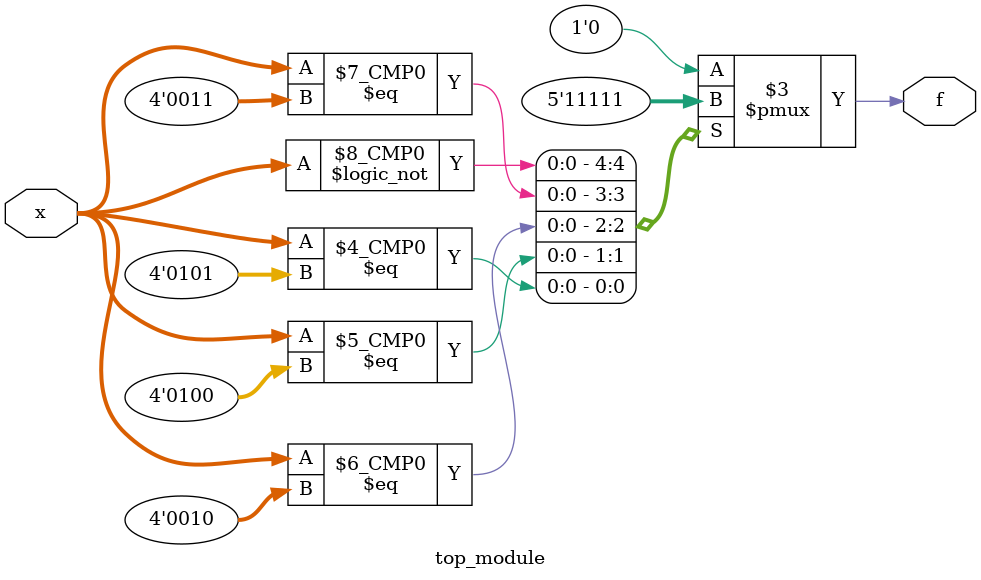
<source format=sv>
module top_module (
	input [4:1] x,
	output logic f
);

// Implementing the function f using the Karnaugh map
always_comb begin
	case (x)
		4'b0000: f = 1;
		4'b0001: f = 0;
		4'b0011: f = 1;
		4'b0010: f = 1;
		4'b0110: f = 0;
		4'b0100: f = 1;
		4'b0101: f = 1;
		default: f = 0;
	endcase
end

endmodule

</source>
